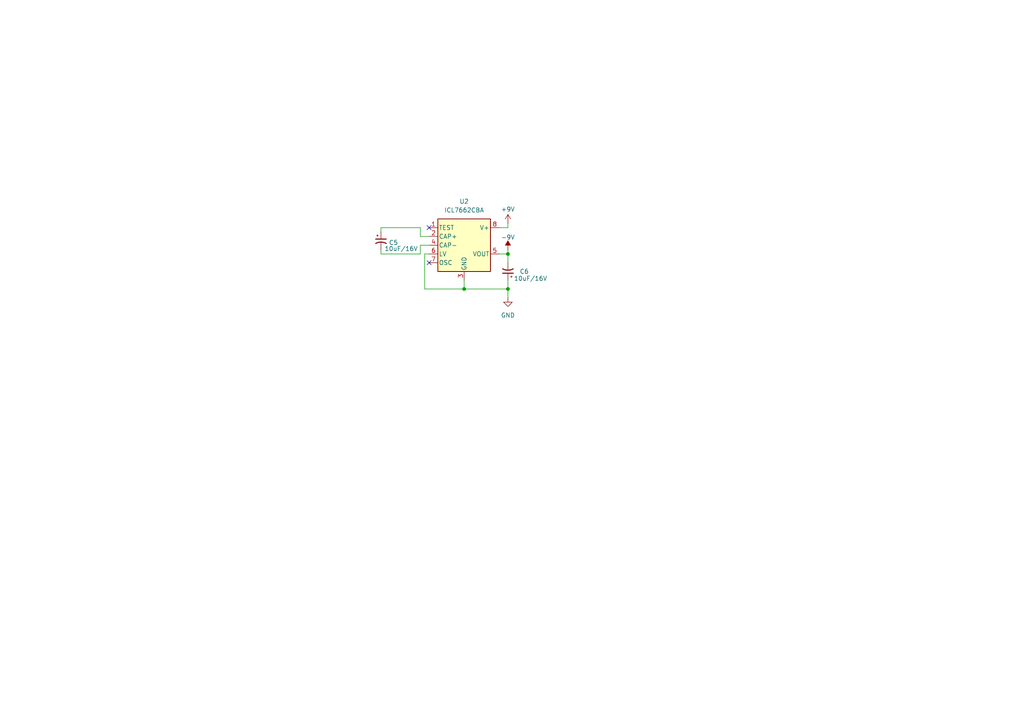
<source format=kicad_sch>
(kicad_sch (version 20231120) (generator "eeschema") (generator_version "8.0")
  (paper "A4")
  (lib_symbols
    (symbol "charge_battery_sym_lib:Cap_Tantalum_10uF_16V" (pin_numbers hide) (pin_names (offset 1.016) hide)
      (property "Reference" "C" (at 0 3.81 0))
      (property "Value" "10uF/16V" (at 0 -5.08 0))
      (symbol "Cap_Tantalum_10uF_16V_0_1"
        (polyline (pts (xy 1.016 -1.27) (xy 1.016 -0.762)))
        (polyline (pts (xy 1.27 -1.016) (xy 0.762 -1.016)))
        (polyline (pts (xy 2.032 -1.524) (xy 2.032 1.524)) (stroke (width 0.3048)))
        (arc (start 3.302 1.524) (mid 2.9134 0) (end 3.302 -1.524) (stroke (width 0.3048)))
      )
      (symbol "Cap_Tantalum_10uF_16V_1_1"
        (pin passive line (at 0 0 0) (length 2.032) (name "~") (number "1"))
        (pin passive line (at 5.08 0 180) (length 2.032) (name "~") (number "2"))
      )
    )
    (symbol "charge_battery_sym_lib:ICL7662CBA" (pin_names (offset 0.254))
      (property "Reference" "U" (at 0.508 16.256 0))
      (property "Value" "ICL7662CBA" (at 3.556 16.256 0))
      (symbol "ICL7662CBA_0_1"
        (rectangle (start 0 15.24) (end 15.24 0) (stroke (width 0.254)) (fill (type background)))
      )
      (symbol "ICL7662CBA_1_1"
        (pin unspecified line (at 17.78 12.7 180) (length 2.54) (name "TEST") (number "1"))
        (pin unspecified line (at 17.78 10.16 180) (length 2.54) (name "CAP+") (number "2"))
        (pin unspecified line (at 7.62 -2.54 90) (length 2.54) (name "GND") (number "3"))
        (pin unspecified line (at 17.78 7.62 180) (length 2.54) (name "CAP-") (number "4"))
        (pin power_out line (at -2.54 5.08 0) (length 2.54) (name "VOUT") (number "5"))
        (pin unspecified line (at 17.78 5.08 180) (length 2.54) (name "LV") (number "6"))
        (pin unspecified line (at 17.78 2.54 180) (length 2.54) (name "OSC") (number "7"))
        (pin power_in line (at -2.54 12.7 0) (length 2.54) (name "V+") (number "8"))
      )
    )
    (symbol "power:+9V" (power) (pin_numbers hide) (pin_names (offset 0) hide)
      (property "Value" "+9V" (at 0 3.556 0))
      (symbol "+9V_0_1"
        (polyline (pts (xy -0.762 1.27) (xy 0 2.54)))
        (polyline (pts (xy 0 0) (xy 0 2.54)))
        (polyline (pts (xy 0 2.54) (xy 0.762 1.27)))
      )
      (symbol "+9V_1_1"
        (pin power_in line (at 0 0 90) (length 0) (name "~") (number "1"))
      )
    )
    (symbol "power:-9V" (power) (pin_numbers hide) (pin_names (offset 0) hide)
      (property "Value" "-9V" (at 0 3.556 0))
      (symbol "-9V_0_1"
        (polyline (pts (xy 0 0) (xy 0 2.54)))
        (polyline (pts (xy 0.762 1.27) (xy -0.762 1.27) (xy 0 2.54) (xy 0.762 1.27)) (fill (type outline)))
      )
      (symbol "-9V_1_1"
        (pin power_in line (at 0 0 90) (length 0) (name "~") (number "1"))
      )
    )
    (symbol "power:GND" (power) (pin_numbers hide) (pin_names (offset 0) hide)
      (property "Value" "GND" (at 0 -3.81 0))
      (symbol "GND_0_1"
        (polyline (pts (xy 0 0) (xy 0 -1.27) (xy 1.27 -1.27) (xy 0 -2.54) (xy -1.27 -1.27) (xy 0 -1.27)))
      )
      (symbol "GND_1_1"
        (pin power_in line (at 0 0 270) (length 0) (name "~") (number "1"))
      )
    )
  )
  (junction (at 147.32 83.82))
  (junction (at 147.32 73.66))
  (junction (at 134.62 83.82))
  (no_connect (at 124.46 66.04))
  (no_connect (at 124.46 76.2))
  (wire (pts (xy 121.92 68.58) (xy 124.46 68.58)))
  (wire (pts (xy 123.19 83.82) (xy 123.19 73.66)))
  (wire (pts (xy 121.92 73.66) (xy 121.92 71.12)))
  (wire (pts (xy 121.92 71.12) (xy 124.46 71.12)))
  (wire (pts (xy 110.49 67.31) (xy 110.49 66.04)))
  (wire (pts (xy 144.78 73.66) (xy 147.32 73.66)))
  (wire (pts (xy 123.19 73.66) (xy 124.46 73.66)))
  (wire (pts (xy 110.49 66.04) (xy 121.92 66.04)))
  (wire (pts (xy 147.32 64.77) (xy 147.32 66.04)))
  (wire (pts (xy 147.32 86.36) (xy 147.32 83.82)))
  (wire (pts (xy 110.49 72.39) (xy 110.49 73.66)))
  (wire (pts (xy 121.92 66.04) (xy 121.92 68.58)))
  (wire (pts (xy 147.32 81.28) (xy 147.32 83.82)))
  (wire (pts (xy 110.49 73.66) (xy 121.92 73.66)))
  (wire (pts (xy 134.62 81.28) (xy 134.62 83.82)))
  (wire (pts (xy 147.32 72.39) (xy 147.32 73.66)))
  (wire (pts (xy 147.32 66.04) (xy 144.78 66.04)))
  (wire (pts (xy 134.62 83.82) (xy 147.32 83.82)))
  (wire (pts (xy 147.32 73.66) (xy 147.32 76.2)))
  (wire (pts (xy 134.62 83.82) (xy 123.19 83.82)))
  (symbol (lib_id "charge_battery_sym_lib:Cap_Tantalum_10uF_16V") (at 147.32 81.28 90) (unit 1)
    (property "Reference" "C6" (at 153.416 78.74 90) (effects (justify left)))
    (property "Value" "10uF/16V" (at 158.75 80.772 90) (effects (justify left)))
    (property "Footprint" "charge_battery_footprint_lib:Tan_Cap_A" (effects (hide yes)))
    (property "Description" "TAJA105K016RNJ" (effects (hide yes)))
    (property "Supply name" "Thegioiic" (effects (hide yes)))
    (property "Supply part number" "Tụ Tantalum 10uF 16V 2312 TAJC106K016RNJ" (effects (hide yes)))
    (property "Supply URL" "https://www.thegioiic.com/tu-tantalum-10uf-16v-2312-tajc106k016rnj" (effects (hide yes)))
  )
  (symbol (lib_id "power:+9V") (at 147.32 64.77 0) (unit 1)
    (property "Reference" "#PWR05" (effects (hide yes)))
    (property "Value" "+9V" (at 147.32 60.706 0))
    (property "Description" "Power symbol creates a global label with name \"+9V\"" (effects (hide yes)))
  )
  (symbol (lib_id "charge_battery_sym_lib:ICL7662CBA") (at 142.24 78.74 0) (mirror y) (unit 1)
    (property "Reference" "U2" (at 134.62 58.42 0))
    (property "Value" "ICL7662CBA" (at 134.62 60.96 0))
    (property "Footprint" "charge_battery_footprint_lib:SOIC-8" (effects (hide yes)))
    (property "Datasheet" "https://www.analog.com/media/en/technical-documentation/data-sheets/icl7662-si7661.pdf" (effects (hide yes)))
    (property "Description" "Voltage Input: 4.5V ~ 20V, Voltage Output: -Vin, 8-SOIC" (effects (hide yes)))
    (property "Supply name" "Thegioiic" (effects (hide yes)))
    (property "Supply part number" "ICL7662CBA" (effects (hide yes)))
    (property "Supply URL" "https://www.thegioiic.com/icl7662cba" (effects (hide yes)))
  )
  (symbol (lib_id "charge_battery_sym_lib:Cap_Tantalum_10uF_16V") (at 110.49 67.31 270) (unit 1)
    (property "Reference" "C5" (at 112.776 70.358 90) (effects (justify left)))
    (property "Value" "10uF/16V" (at 111.506 72.136 90) (effects (justify left)))
    (property "Footprint" "charge_battery_footprint_lib:Tan_Cap_A" (effects (hide yes)))
    (property "Description" "TAJA105K016RNJ" (effects (hide yes)))
    (property "Supply name" "Thegioiic" (effects (hide yes)))
    (property "Supply part number" "Tụ Tantalum 10uF 16V 2312 TAJC106K016RNJ" (effects (hide yes)))
    (property "Supply URL" "https://www.thegioiic.com/tu-tantalum-10uf-16v-2312-tajc106k016rnj" (effects (hide yes)))
  )
  (symbol (lib_id "power:-9V") (at 147.32 72.39 0) (unit 1)
    (property "Reference" "#PWR06" (effects (hide yes)))
    (property "Value" "-9V" (at 147.32 68.834 0))
    (property "Description" "Power symbol creates a global label with name \"-9V\"" (effects (hide yes)))
  )
  (symbol (lib_id "power:GND") (at 147.32 86.36 0) (unit 1)
    (property "Reference" "#PWR04" (effects (hide yes)))
    (property "Value" "GND" (at 147.32 91.44 0))
    (property "Description" "Power symbol creates a global label with name \"GND\" , ground" (effects (hide yes)))
  )
)
</source>
